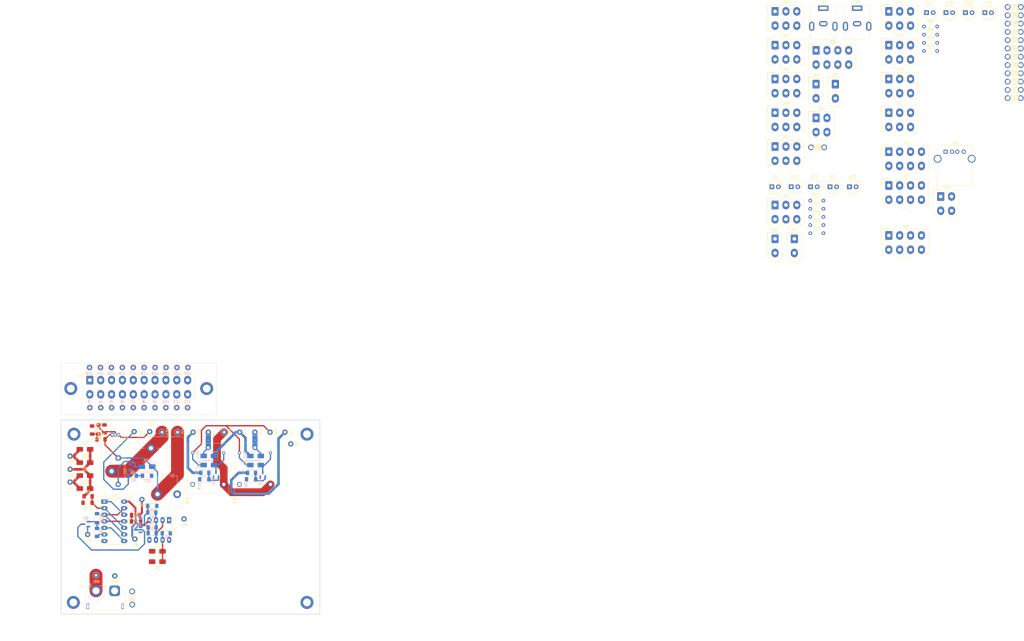
<source format=kicad_pcb>
(kicad_pcb (version 20221018) (generator pcbnew)
  (layers (0 "F.Cu" signal) (31 "B.Cu" signal) (34 "B.Paste" user) (35 "F.Paste" user) (36 "B.SilkS" user "B.Silkscreen") (37 "F.SilkS" user "F.Silkscreen") (38 "B.Mask" user) (39 "F.Mask" user) (44 "Edge.Cuts" user))
  (net 0 "")
  (net 1 "GND")
  (net 2 "RBlinker")
  (net 3 "Net-(D1-A)")
  (net 4 "LBlinker")
  (net 5 "VRadio")
  (net 6 "PLightSignal")
  (net 7 "Net-(D3-K)")
  (net 8 "Net-(D1-K)")
  (net 9 "Net-(D2-A)")
  (net 10 "+BATT")
  (net 11 "Hazard")
  (net 12 "Net-(D5-A)")
  (net 13 "Net-(D6-K)")
  (net 14 "AuxBeams")
  (net 15 "AuxHBeam")
  (net 16 "AuxLBeam")
  (net 17 "LBeam")
  (net 18 "AuxSwitch")
  (net 19 "HBeam")
  (net 20 "GNDDash")
  (net 21 "+VDC")
  (net 22 "+12V")
  (net 23 "VInst")
  (net 24 "VOutlet")
  (net 25 "VLight")
  (net 26 "+5V")
  (net 27 "Key")
  (net 28 "HazardLed")
  (net 29 "Net-(U1-Q)")
  (net 30 "Net-(U1-THR)")
  (net 31 "Net-(U1-CV)")
  (net 32 "LowBat")
  (net 33 "PLight")
  (net 34 "Net-(D24-A)")
  (net 35 "Net-(D26-A)")
  (net 36 "GndDimmer")
  (net 37 "/Main board/XOR 74LS00/B")
  (net 38 "Net-(D17-A)")
  (net 39 "Net-(D18-A)")
  (net 40 "Net-(D19-A)")
  (net 41 "Net-(D20-A)")
  (net 42 "Net-(D21-A)")
  (net 43 "Net-(D22-A)")
  (net 44 "Net-(D23-A)")
  (net 45 "VOutlet_Jack")
  (net 47 "SignalRelay")
  (net 49 "Accessory")
  (net 51 "FLeft+")
  (net 52 "FLeft-")
  (net 53 "RLeft+")
  (net 54 "RLeft-")
  (net 55 "RRight-")
  (net 56 "RRight+")
  (net 57 "FRight-")
  (net 58 "FRight+")
  (net 60 "+5VRadio")
  (net 61 "Data-")
  (net 62 "Data+")
  (net 68 "+5VA")
  (net 69 "/Main board/XOR 74LS00/O")
  (net 70 "Net-(U2-Pad11)")
  (net 71 "Net-(D14-A)")
  (net 72 "Net-(D15-K)")
  (net 73 "Net-(D16-K)")
  (net 74 "Net-(D25-A)")
  (net 75 "Net-(D27-K)")
  (net 76 "Net-(D28-K)")
  (net 77 "Net-(D28-A)")
  (net 78 "Net-(U2-Pad13)")
  (net 79 "Net-(U2-Pad5)")
  (footprint "Diode_SMD:D_SMA" (layer "F.Cu") (at 106.75 108.5)
    (fp_text reference "D10")
    (fp_text value "US1M")
  )
  (footprint "Local Footprints:Relay_SPDT_RAYEX-L90" (layer "F.Cu") (at 117.035 101.8)
    (fp_text reference "K3")
    (fp_text value "RAYEX-L90")
  )
  (footprint "Connector_Pin:Pin_D1.0mm_L10.0mm" (layer "F.Cu") (at 145 120.25)
    (fp_text reference "J36")
    (fp_text value "Conn_01x01_Socket")
  )
  (footprint "Local Footprints:AMASS_XT60PW-M_1x02_P7.20mm_Horizontal_Short" (layer "F.Cu") (at 118.2 148 180)
    (fp_text reference "J1")
    (fp_text value "XT60-M")
  )
  (footprint "Connector_BarrelJack:BarrelJack_CUI_PJ-063AH_Horizontal" (layer "F.Cu") (at 391.975 -77.075)
    (fp_text reference "J91")
    (fp_text value "Barrel_Jack")
  )
  (footprint "Resistor_THT:R_Axial_DIN0204_L3.6mm_D1.6mm_P5.08mm_Horizontal" (layer "F.Cu") (at 386.925 0.425)
    (fp_text reference "R13")
    (fp_text value "680R")
  )
  (footprint "Resistor_SMD:R_1206_3216Metric_Pad1.30x1.75mm_HandSolder" (layer "F.Cu") (at 109.5 85.9 -90)
    (fp_text reference "R19")
    (fp_text value "1.5K")
  )
  (footprint "Resistor_SMD:R_1206_3216Metric_Pad1.30x1.75mm_HandSolder" (layer "F.Cu") (at 126.3 118.75 180)
    (fp_text reference "R3")
    (fp_text value "10K")
  )
  (footprint "Connector_Pin:Pin_D1.0mm_L10.0mm" (layer "F.Cu") (at 166.5 86.75 90)
    (fp_text reference "J27")
    (fp_text value "Conn_01x01_Socket")
  )
  (footprint "Resistor_SMD:R_1206_3216Metric_Pad1.30x1.75mm_HandSolder" (layer "F.Cu") (at 112.95 89.5)
    (fp_text reference "R18")
    (fp_text value "100")
  )
  (footprint "SamacSys_Parts:1217080-1" (layer "F.Cu") (at 465.71 -74.3)
    (fp_text reference "J102")
    (fp_text value "1217080-1" hide)
  )
  (footprint "Connector_Pin:Pin_D1.0mm_L10.0mm" (layer "F.Cu") (at 118.25 142.25)
    (fp_text reference "J98")
    (fp_text value "Conn_01x01_Socket")
  )
  (footprint "Connector_Molex:Molex_Mini-Fit_Jr_5566-06A_2x03_P4.20mm_Vertical" (layer "F.Cu") (at 373.325 -36.675)
    (fp_text reference "J96")
    (fp_text value "MiniFit_2x03_M")
  )
  (footprint "SamacSys_Parts:1217080-1" (layer "F.Cu") (at 465.71 -64.7)
    (fp_text reference "J105")
    (fp_text value "1217080-1" hide)
  )
  (footprint "SamacSys_Parts:1217080-1" (layer "F.Cu") (at 465.71 -48.7)
    (fp_text reference "J110")
    (fp_text value "1217080-1" hide)
  )
  (footprint "SamacSys_Parts:1217080-1" (layer "F.Cu") (at 465.71 -51.9)
    (fp_text reference "J109")
    (fp_text value "1217080-1" hide)
  )
  (footprint "LED_THT:LED_D5.0mm" (layer "F.Cu") (at 454.375 -75.325)
    (fp_text reference "D20")
    (fp_text value "LED")
  )
  (footprint "Resistor_THT:R_Axial_DIN0204_L3.6mm_D1.6mm_P5.08mm_Horizontal" (layer "F.Cu") (at 386.925 6.725)
    (fp_text reference "R15")
    (fp_text value "680R")
  )
  (footprint "Diode_SMD:D_SMA" (layer "F.Cu") (at 134.7 136.75 180)
    (fp_text reference "D2")
    (fp_text value "US1M")
  )
  (footprint "Connector_Molex:Molex_Mini-Fit_Jr_5566-06A_2x03_P4.20mm_Vertical" (layer "F.Cu") (at 417.275 -36.675)
    (fp_text reference "J44")
    (fp_text value "MiniFit_2x03_F")
  )
  (footprint "Resistor_THT:R_Axial_DIN0204_L3.6mm_D1.6mm_P5.08mm_Horizontal" (layer "F.Cu") (at 430.875 -63.675)
    (fp_text reference "R10")
    (fp_text value "470R")
  )
  (footprint "Connector_Pin:Pin_D1.0mm_L10.0mm" (layer "F.Cu") (at 136.5 86.75 90)
    (fp_text reference "J100")
    (fp_text value "Conn_01x01_Socket")
  )
  (footprint "Resistor_THT:R_Axial_DIN0204_L3.6mm_D1.6mm_P5.08mm_Horizontal" (layer "F.Cu") (at 430.875 -69.975)
    (fp_text reference "R8")
    (fp_text value "470R")
  )
  (footprint "SamacSys_Parts:1217080-1" (layer "F.Cu") (at 125 150.79 90)
    (fp_text reference "J4")
    (fp_text value "1217080-1" hide)
  )
  (footprint "Connector_Molex:Molex_Mini-Fit_Jr_5566-08A_2x04_P4.20mm_Vertical" (layer "F.Cu") (at 417.275 -8.575)
    (fp_text reference "J47")
    (fp_text value "MiniFit_2x04_F")
  )
  (footprint "Connector_Molex:Molex_Mini-Fit_Jr_5566-06A_2x03_P4.20mm_Vertical" (layer "F.Cu") (at 373.325 -75.825)
    (fp_text reference "J85")
    (fp_text value "MiniFit_2x03_M")
  )
  (footprint "Connector_Pin:Pin_D1.0mm_L10.0mm" (layer "F.Cu") (at 186.25 91.25 90)
    (fp_text reference "J34")
    (fp_text value "Conn_01x01_Socket")
  )
  (footprint "Connector_Pin:Pin_D1.0mm_L10.0mm" (layer "F.Cu") (at 101 101.0875)
    (fp_text reference "J30")
    (fp_text value "Conn_01x01_Socket")
  )
  (footprint "Connector_Pin:Pin_D1.0mm_L10.0mm" (layer "F.Cu") (at 101 96)
    (fp_text reference "J32")
    (fp_text value "Conn_01x01_Socket")
  )
  (footprint "Connector_Pin:Pin_D1.0mm_L10.0mm" (layer "F.Cu") (at 128.75 112.75)
    (fp_text reference "J39")
    (fp_text value "Conn_01x01_Socket")
  )
  (footprint "SamacSys_Parts:1217080-1" (layer "F.Cu") (at 389.76 -23.3)
    (fp_text reference "J89")
    (fp_text value "1217080-1" hide)
  )
  (footprint "Connector_Molex:Molex_Mini-Fit_Jr_5566-06A_2x03_P4.20mm_Vertical" (layer "F.Cu") (at 417.275 -62.775)
    (fp_text reference "J42")
    (fp_text value "MiniFit_2x03_F")
  )
  (footprint "Package_DIP:DIP-8_W7.62mm_Socket_LongPads" (layer "F.Cu") (at 139.25 120.7 -90)
    (fp_text reference "U1")
    (fp_text value "LM555xN")
  )
  (footprint "Connector_Molex:Molex_Mini-Fit_Jr_5566-02A_2x01_P4.20mm_Vertical" (layer "F.Cu") (at 373.325 12.025)
    (fp_text reference "J51")
    (fp_text value "MiniFit_2x01_M")
  )
  (footprint "Connector_Molex:Molex_Mini-Fit_Jr_5566-20A_2x10_P4.20mm_Vertical" (layer "F.Cu") (at 108.6127 66.625)
    (fp_text reference "J1")
    (fp_text value "MiniFit_2x10_F")
  )
  (footprint "Connector_Pin:Pin_D1.0mm_L10.0mm" (layer "F.Cu") (at 160.5 86.75 90)
    (fp_text reference "J35")
    (fp_text value "Conn_01x01_Socket")
  )
  (footprint "Connector_Molex:Molex_Mini-Fit_Jr_5566-06A_2x03_P4.20mm_Vertical" (layer "F.Cu") (at 417.275 -75.825)
    (fp_text reference "J41")
    (fp_text value "MiniFit_2x03_F")
  )
  (footprint "Resistor_SMD:R_1206_3216Metric_Pad1.30x1.75mm_HandSolder" (layer "F.Cu") (at 107.95 111.5)
    (fp_text reference "R5")
    (fp_text value "10K")
  )
  (footprint "Connector_Pin:Pin_D1.0mm_L10.0mm" (layer "F.Cu") (at 178.25 86.75 90)
    (fp_text reference "J28")
    (fp_text value "Conn_01x01_Socket")
  )
  (footprint "Diode_SMD:D_SMA" (layer "F.Cu") (at 106.75 98.5)
    (fp_text reference "D8")
    (fp_text value "US1M")
  )
  (footprint "Connector_Pin:Pin_D1.0mm_L10.0mm" (layer "F.Cu") (at 184 86.75 90)
    (fp_text reference "J24")
    (fp_text value "Conn_01x01_Socket")
  )
  (footprint "Connector_Molex:Molex_Mini-Fit_Jr_5566-04A_2x02_P4.20mm_Vertical" (layer "F.Cu") (at 389.175 -34.675)
    (fp_text reference "J84")
    (fp_text value "MiniFit_2x02_M")
  )
  (footprint "Resistor_THT:R_Axial_DIN0204_L3.6mm_D1.6mm_P5.08mm_Horizontal" (layer "F.Cu") (at 430.875 -60.525)
    (fp_text reference "R11")
    (fp_text value "470R")
  )
  (footprint "Connector_Molex:Molex_Mini-Fit_Jr_5566-06A_2x03_P4.20mm_Vertical" (layer "F.Cu") (at 373.325 -1.025)
    (fp_text reference "J53")
    (fp_text value "MiniFit_2x03_F")
  )
  (footprint "SamacSys_Parts:1217080-1" (layer "F.Cu") (at 465.71 -77.5)
    (fp_text reference "J101")
    (fp_text value "1217080-1" hide)
  )
  (footprint "Diode_SMD:D_MiniMELF" (layer "F.Cu") (at 107.75 114 180)
    (fp_text reference "D13")
    (fp_text value "2.7V")
  )
  (footprint "SamacSys_Parts:1217080-1" (layer "F.Cu") (at 465.71 -58.3)
    (fp_text reference "J107")
    (fp_text value "1217080-1" hide)
  )
  (footprint "SamacSys_Parts:1217080-1" (layer "F.Cu") (at 465.71 -67.9)
    (fp_text reference "J104")
    (fp_text value "1217080-1" hide)
  )
  (footprint "Resistor_SMD:R_1206_3216Metric_Pad1.30x1.75mm_HandSolder" (layer "F.Cu") (at 114.25 85.5 -90)
    (fp_text reference "R20")
    (fp_text value "10K")
  )
  (footprint "Connector_Pin:Pin_D1.0mm_L10.0mm" (layer "F.Cu") (at 154.4 86.75 90)
    (fp_text reference "J25")
    (fp_text value "Conn_01x01_Socket")
  )
  (footprint "Connector_Pin:Pin_D1.0mm_L10.0mm" (layer "F.Cu") (at 172.4 86.75 90)
    (fp_text reference "J23")
    (fp_text value "Conn_01x01_Socket")
  )
  (footprint "LED_THT:LED_D5.0mm" (layer "F.Cu") (at 402.075 -8.075)
    (fp_text reference "D25")
    (fp_text value "LED Green")
  )
  (footprint "Connector_Pin:Pin_D1.0mm_L10.0mm" (layer "F.Cu") (at 101 106)
    (fp_text reference "J31")
    (fp_text value "Conn_01x01_Socket")
  )
  (footprint "Diode_SMD:D_MiniMELF" (layer "F.Cu") (at 126.5 121.25)
    (fp_text reference "D4")
    (fp_text value "2.7V")
  )
  (footprint "SamacSys_Parts:1217080-1" (layer "F.Cu") (at 465.71 -42.3)
    (fp_text reference "J112")
    (fp_text value "1217080-1" hide)
  )
  (footprint "LED_THT:LED_D5.0mm" (layer "F.Cu") (at 387.075 -8.075)
    (fp_text reference "D23")
    (fp_text value "LED Red")
  )
  (footprint "SamacSys_Parts:1217080-1" (layer "F.Cu") (at 465.71 -45.5)
    (fp_text reference "J111")
    (fp_text value "1217080-1" hide)
  )
  (footprint "Connector_BarrelJack:BarrelJack_CUI_PJ-063AH_Horizontal" (layer "F.Cu") (at 405.025 -77.075)
    (fp_text reference "J94")
    (fp_text value "Barrel_Jack")
  )
  (footprint "LED_THT:LED_D5.0mm" (layer "F.Cu") (at 394.575 -8.075)
    (fp_text reference "D24")
    (fp_text value "LED Yellow")
  )
  (footprint "Package_DIP:DIP-14_W7.62mm_Socket_LongPads" (layer "F.Cu") (at 114.25 113.55)
    (fp_text reference "U2")
    (fp_text value "74LS00")
  )
  (footprint "Connector_USB:USB_A_Molex_67643_Horizontal" (layer "F.Cu") (at 439.203208 -21.605)
    (fp_text reference "J50")
    (fp_text value "USB_A")
  )
  (footprint "Connector_Molex:Molex_Mini-Fit_Jr_5566-08A_2x04_P4.20mm_Vertical" (layer "F.Cu") (at 417.275 -21.625)
    (fp_text reference "J45")
    (fp_text value "MiniFit_2x04_M")
  )
  (footprint "Resistor_THT:R_Axial_DIN0204_L3.6mm_D1.6mm_P5.08mm_Horizontal" (layer "F.Cu") (at 386.925 3.575)
    (fp_text reference "R14")
    (fp_text value "680R")
  )
  (footprint "LED_THT:LED_D5.0mm" (layer "F.Cu") (at 379.575 -8.075)
    (fp_text reference "D22")
    (fp_text value "LED Blue")
  )
  (footprint "LED_THT:LED_D5.0mm" (layer "F.Cu") (at 446.875 -75.325)
    (fp_text reference "D19")
    (fp_text value "LED")
  )
  (footprint "Connector_Molex:Molex_Mini-Fit_Jr_5566-06A_2x03_P4.20mm_Vertical" (layer "F.Cu") (at 373.325 -62.775)
    (fp_text reference "J92")
    (fp_text value "MiniFit_2x03_M")
  )
  (footprint "Connector_Molex:Molex_Mini-Fit_Jr_5566-04A_2x02_P4.20mm_Vertical" (layer "F.Cu") (at 437.325 -4.315)
    (fp_text reference "J46")
    (fp_text value "MiniFit_2x02_F")
  )
  (footprint "Connector_Molex:Molex_Mini-Fit_Jr_5566-02A_2x01_P4.20mm_Vertical" (layer "F.Cu") (at 380.775 12.025)
    (fp_text reference "J52")
    (fp_text value "MiniFit_2x01_M")
  )
  (footprint "Connector_Pin:Pin_D1.0mm_L10.0mm" (layer "F.Cu") (at 126 128)
    (fp_text reference "J38")
    (fp_text value "Conn_01x01_Socket")
  )
  (footprint "Connector_Molex:Molex_Mini-Fit_Jr_5566-08A_2x04_P4.20mm_Vertical" (layer "F.Cu") (at 417.275 10.735)
    (fp_text reference "J69")
    (fp_text value "MiniFit_2x04_M")
  )
  (footprint "Resistor_THT:R_Axial_DIN0204_L3.6mm_D1.6mm_P5.08mm_Horizontal" (layer "F.Cu") (at 430.875 -66.825)
    (fp_text reference "R9")
    (fp_text value "470R")
  )
  (footprint "Connector_Molex:Molex_Mini-Fit_Jr_5566-06A_2x03_P4.20mm_Vertical" (layer "F.Cu") (at 417.275 -49.725)
    (fp_text reference "J43")
    (fp_text value "MiniFit_2x03_F")
  )
  (footprint "Diode_SMD:D_MiniMELF" (layer "F.Cu") (at 111.925 85.7 90)
    (fp_text reference "D28")
    (fp_text value "10V")
  )
  (footprint "Connector_Molex:Molex_Mini-Fit_Jr_5566-06A_2x03_P4.20mm_Vertical" (layer "F.Cu") (at 373.325 -49.725)
    (fp_text reference "J93")
    (fp_text value "MiniFit_2x03_M")
  )
  (footprint "Local Footprints:LEG12" (layer "F.Cu") (at 172.4 92.7 -90)
    (fp_text reference "K1")
    (fp_text value "LEG-12" hide)
  )
  (footprint "Connector_Molex:Molex_Mini-Fit_Jr_5566-08A_2x04_P4.20mm_Vertical" (layer "F.Cu") (at 389.175 -60.775)
    (fp_text reference "J88")
    (fp_text value "MiniFit_2x04_M")
  )
  (footprint "LED_THT:LED_D5.0mm" (layer "F.Cu") (at 431.875 -75.325)
    (fp_text reference "D17")
    (fp_text value "LED")
  )
  (footprint "LED_THT:LED_D5.0mm" (layer "F.Cu") (at 439.375 -75.325)
    (fp_text reference "D18")
    (fp_text value "LED")
  )
  (footprint "SamacSys_Parts:1217080-1" (layer "F.Cu") (at 465.71 -55.1)
    (fp_text reference "J108")
    (fp_text value "1217080-1" hide)
  )
  (footprint "Diode_SMD:D_SMA" (layer "F.Cu") (at 106.75 103.5)
    (fp_text reference "D9")
    (fp_text value "US1M")
  )
  (footprint "Package_TO_SOT_THT:TO-92_Inline" (layer "F.Cu") (at 117.23 87.75)
    (fp_text reference "Q7")
    (fp_text value "BC557")
  )
  (footprint "Diode_SMD:D_SMA" (layer "F.Cu") (at 134.7 132.75)
    (fp_text reference "D1")
    (fp_text value "US1M")
  )
  (footprint "Resistor_THT:R_Axial_DIN0204_L3.6mm_D1.6mm_P5.08mm_Horizontal" (layer "F.Cu") (at 386.925 9.875)
    (fp_text reference "R16")
    (fp_text value "680R")
  )
  (footprint "Connector_Molex:Molex_Mini-Fit_Jr_5566-02A_2x01_P4.20mm_Vertical" (layer "F.Cu") (at 389.175 -47.725)
    (fp_text reference "J86")
    (fp_text value "MiniFit_2x01_F")
  )
  (footprint "Connector_Pin:Pin_D1.0mm_L10.0mm" (layer "F.Cu") (at 142.5 86.75 90)
    (fp_text reference "J37")
    (fp_text value "Conn_01x01_Socket")
  )
  (footprint "SamacSys_Parts:1217080-1" (layer "F.Cu") (at 465.71 -71.1)
    (fp_text reference "J103")
    (fp_text value "1217080-1" hide)
  )
  (footprint "Connector_Molex:Molex_Mini-Fit_Jr_5566-02A_2x01_P4.20mm_Vertical" (layer "F.Cu") (at 396.625 -47.725)
    (fp_text reference "J87")
    (fp_text value "MiniFit_2x01_F")
  )
  (footprint "Connector_Pin:Pin_D1.0mm_L10.0mm" (layer "F.Cu") (at 125.75 86.5 90)
    (fp_text reference "J33")
    (fp_text value "Conn_01x01_Socket")
  )
  (footprint "Connector_Pin:Pin_D1.0mm_L10.0mm" (layer "F.Cu") (at 111 142)
    (fp_text reference "J99")
    (fp_text value "Conn_01x01_Socket")
  )
  (footprint "Connector_Pin:Pin_D1.0mm_L10.0mm" (layer "F.Cu") (at 131.75 86.5 90)
    (fp_text reference "J40")
    (fp_text value "Conn_01x01_Socket")
  )
  (footprint "LED_THT:LED_D5.0mm" (layer "F.Cu") (at 372.075 -8.075)
    (fp_text reference "D21")
    (fp_text value "LED Green")
  )
  (footprint "Connector_Pin:Pin_D1.0mm_L10.0mm" (layer "F.Cu") (at 107.75 126.25)
    (fp_text reference "J29")
    (fp_text value "Conn_01x01_Socket")
  )
  (footprint "Diode_SMD:D_SMA" (layer "F.Cu") (at 106.75 93.35)
    (fp_text reference "D7")
    (fp_text value "US1M")
  )
  (footprint "Connector_Pin:Pin_D1.0mm_L10.0mm" (layer "F.Cu") (at 148.5 86.75 90)
    (fp_text reference "J26")
    (fp_text value "Conn_01x01_Socket")
  )
  (footprint "Resistor_THT:R_Axial_DIN0204_L3.6mm_D1.6mm_P5.08mm_Horizontal" (layer "F.Cu") (at 386.925 -2.725)
    (fp_text reference "R12")
    (fp_text value "680R")
  )
  (footprint "Local Footprints:LEG12" (layer "F.Cu") (at 154.35 92.7 -90)
    (fp_text reference "K2")
    (fp_text value "LEG-12" hide)
  )
  (footprint "Connector_Molex:Molex_Mini-Fit_Jr_5566-06A_2x03_P4.20mm_Vertical" (layer "F.Cu") (at 373.325 -23.625)
    (fp_text reference "J97")
    (fp_text value "MiniFit_2x03_M")
  )
  (footprint "SamacSys_Parts:1217080-1" (layer "F.Cu") (at 465.71 -61.5)
    (fp_text reference "J106")
    (fp_text value "1217080-1" hide)
  )
  (footprint "Connector_Pin:Pin_D1.0mm_L10.0mm" (layer "B.Cu") (at 133.804364 77.25)
    (fp_text reference "J9")
    (fp_text value "Conn_01x01_Socket")
  )
  (footprint "Connector_Pin:Pin_D1.0mm_L10.0mm" (layer "B.Cu") (at 133.846032 61.75)
    (fp_text reference "J19")
    (fp_text value "Conn_01x01_Socket")
  )
  (footprint "Connector_Pin:Pin_D1.0mm_L10.0mm" (layer "B.Cu") (at 112.832144 77.25)
    (fp_text reference "J4")
    (fp_text value "Conn_01x01_Socket")
  )
  (footprint "Connector_Pin:Pin_D1.0mm_L10.0mm" (layer "B.Cu") (at 142.193252 77.25)
    (fp_text reference "J11")
    (fp_text value "Conn_01x01_Socket")
  )
  (footprint "Connector_Pin:Pin_D1.0mm_L10.0mm" (layer "B.Cu") (at 116.957144 61.75)
    (fp_text reference "J15")
    (fp_text value "Conn_01x01_Socket")
  )
  (footprint "Resistor_SMD:R_1206_3216Metric_Pad1.30x1.75mm_HandSolder" (layer "B.Cu") (at 111.417738 125.45 90)
    (fp_text reference "R7")
    (fp_text value "10K")
  )
  (footprint "Connector_Pin:Pin_D1.0mm_L10.0mm" (layer "B.Cu") (at 125.415476 77.25)
    (fp_text reference "J7")
    (fp_text value "Conn_01x01_Socket")
  )
  (footprint "Connector_Pin:Pin_D1.0mm_L10.0mm" (layer "B.Cu") (at 112.734922 61.75)
    (fp_text reference "J14")
    (fp_text value "Conn_01x01_Socket")
  )
  (footprint "Connector_Pin:Pin_D1.0mm_L10.0mm" (layer "B.Cu") (at 108.5127 61.75)
    (fp_text reference "J13")
    (fp_text value "Conn_01x01_Socket")
  )
  (footprint "Connector_Pin:Pin_D1.0mm_L10.0mm" (layer "B.Cu") (at 129.60992 77.25)
    (fp_text reference "J8")
    (fp_text value "Conn_01x01_Socket")
  )
  (footprint "Connector_Pin:Pin_D1.0mm_L10.0mm" (layer "B.Cu") (at 108.6377 77.25)
    (fp_text reference "J3")
    (fp_text value "Conn_01x01_Socket")
  )
  (footprint "Connector_Pin:Pin_D1.0mm_L10.0mm" (layer "B.Cu") (at 142.290476 61.75)
    (fp_text reference "J21")
    (fp_text value "Conn_01x01_Socket")
  )
  (footprint "Connector_Pin:Pin_D1.0mm_L10.0mm" (layer "B.Cu") (at 129.62381 61.75)
    (fp_text reference "J18")
    (fp_text value "Conn_01x01_Socket")
  )
  (footprint "Connector_Pin:Pin_D1.0mm_L10.0mm" (layer "B.Cu") (at 137.998808 77.25)
    (fp_text reference "J10")
    (fp_text value "Conn_01x01_Socket")
  )
  (footprint "Connector_Pin:Pin_D1.0mm_L10.0mm" (layer "B.Cu") (at 146.3877 77.25)
    (fp_text reference "J12")
    (fp_text value "Conn_01x01_Socket")
  )
  (footprint "Resistor_SMD:R_1206_3216Metric_Pad1.30x1.75mm_HandSolder" (layer "B.Cu") (at 138.15 125.75)
    (fp_text reference "R1")
    (fp_text value "1K")
  )
  (footprint "Resistor_SMD:R_1206_3216Metric_Pad1.30x1.75mm_HandSolder" (layer "B.Cu") (at 132.7 123.5 180)
    (fp_text reference "R2")
    (fp_text value "10K")
  )
  (footprint "Diode_SMD:D_MiniMELF" (layer "B.Cu") (at 132.75 115.25)
    (fp_text reference "D3")
    (fp_text value "2.7V")
  )
  (footprint "Diode_SMD:D_SMA" (layer "B.Cu") (at 172.65 95.925)
    (fp_text reference "D12")
    (fp_text value "US1M")
  )
  (footprint "Connector_Pin:Pin_D1.0mm_L10.0mm" (layer "B.Cu") (at 125.401588 61.75)
    (fp_text reference "J17")
    (fp_text value "Conn_01x01_Socket")
  )
  (footprint "Diode_SMD:D_MiniMELF" (layer "B.Cu") (at 152.85 104.925 180)
    (fp_text reference "D15")
    (fp_text value "2.7V")
  )
  (footprint "Diode_SMD:D_MiniMELF" (layer "B.Cu") (at 111.417738 119.95 90)
    (fp_text reference "D16")
    (fp_text value "2.7V")
  )
  (footprint "Diode_SMD:D_SMA" (layer "B.Cu") (at 154.6 95.925 180)
    (fp_text reference "D11")
    (fp_text value "US1M")
  )
  (footprint "Package_TO_SOT_SMD:SOT-23" (layer "B.Cu") (at 175.4 103.175 90)
    (fp_text reference "Q3")
    (fp_text value "2N7002")
  )
  (footprint "Diode_SMD:D_MiniMELF" (layer "B.Cu") (at 130.725 103.55)
    (fp_text reference "D27")
    (fp_text value "2.7V")
  )
  (footprint "Package_TO_SOT_SMD:SOT-23" (layer "B.Cu") (at 157.35 103.175 90)
    (fp_text reference "Q4")
    (fp_text value "2N7002")
  )
  (footprint "Diode_SMD:D_SMA" (layer "B.Cu") (at 172.65 99.425)
    (fp_text reference "D5")
    (fp_text value "US1M")
  )
  (footprint "Diode_SMD:D_SMA" (layer "B.Cu") (at 154.6 99.425)
    (fp_text reference "D14")
    (fp_text value "US1M")
  )
  (footprint "Connector_Pin:Pin_D1.0mm_L10.0mm" (layer "B.Cu") (at 146.5127 61.75)
    (fp_text reference "J22")
    (fp_text value "Conn_01x01_Socket")
  )
  (footprint "Connector_Pin:Pin_D1.0mm_L10.0mm" (layer "B.Cu") (at 117.026588 77.25)
    (fp_text reference "J5")
    (fp_text value "Conn_01x01_Socket")
  )
  (footprint "Resistor_SMD:R_1206_3216Metric_Pad1.30x1.75mm_HandSolder" (layer "B.Cu") (at 132.7 125.75 180)
    (fp_text reference "R3")
    (fp_text value "10K")
  )
  (footprint "Connector_Pin:Pin_D1.0mm_L10.0mm" (layer "B.Cu") (at 121.179366 61.75)
    (fp_text reference "J16")
    (fp_text value "Conn_01x01_Socket")
  )
  (footprint "Diode_SMD:D_SMA" (layer "B.Cu") (at 130.725 100.05 180)
    (fp_text reference "D26")
    (fp_text value "US1M")
  )
  (footprint "Resistor_SMD:R_1206_3216Metric_Pad1.30x1.75mm_HandSolder" (layer "B.Cu") (at 153.05 102.425)
    (fp_text reference "R6")
    (fp_text value "10K")
  )
  (footprint "Package_TO_SOT_SMD:SOT-23" (layer "B.Cu") (at 127.3125 124.45 180)
    (fp_text reference "Q1")
    (fp_text value "2N7002")
  )
  (footprint "Diode_SMD:D_MiniMELF" (layer "B.Cu") (at 170.9 104.925 180)
    (fp_text reference "D6")
    (fp_text value "2.7V")
  )
  (footprint "Package_TO_SOT_SMD:SOT-23" (layer "B.Cu") (at 127.3125 121 180)
    (fp_text reference "Q2")
    (fp_text value "2N7002")
  )
  (footprint "Package_TO_SOT_SMD:SOT-23" (layer "B.Cu") (at 107.105238 122.25 180)
    (fp_text reference "Q5")
    (fp_text value "2N7002")
  )
  (footprint "Resistor_SMD:R_1206_3216Metric_Pad1.30x1.75mm_HandSolder" (layer "B.Cu") (at 125.025 103.55)
    (fp_text reference "R17")
    (fp_text value "10K")
  )
  (footprint "Resistor_SMD:R_1206_3216Metric_Pad1.30x1.75mm_HandSolder" (layer "B.Cu") (at 132.55 117.75)
    (fp_text reference "R2")
    (fp_text value "1K")
  )
  (footprint "Connector_Pin:Pin_D1.0mm_L10.0mm" (layer "B.Cu") (at 138.068254 61.75)
    (fp_text reference "J20")
    (fp_text value "Conn_01x01_Socket")
  )
  (footprint "Package_TO_SOT_SMD:SOT-23" (layer "B.Cu") (at 125.225 100.05)
    (fp_text reference "Q6")
    (fp_text value "2N7002")
  )
  (footprint "Connector_Pin:Pin_D1.0mm_L10.0mm" (layer "B.Cu") (at 121.221032 77.25)
    (fp_text reference "J6")
    (fp_text value "Conn_01x01_Socket")
  )
  (footprint "Resistor_SMD:R_1206_3216Metric_Pad1.30x1.75mm_HandSolder" (layer "B.Cu") (at 171.1 102.425)
    (fp_text reference "R4")
    (fp_text value "10K")
  )
  (gr_rect (start 97.5 60) (end 157.5254 80) (stroke (width 0.1)) (fill none) (layer "Edge.Cuts"))
  (gr_poly (pts (xy 197.5 157) (xy 97.5 157) (xy 97.5 82) (xy 197.5 82)) (stroke (width 0.2)) (fill none) (layer "Edge.Cuts"))
  (via (at 153.7627 69.875) (size 5) (drill 3) (layers "F.Cu" "B.Cu") (net 0))
  (via locked (at 192.5 87.5) (size 5) (drill 3) (layers "F.Cu" "B.Cu") (net 0))
  (via (at 101.2627 69.875) (size 5) (drill 3) (layers "F.Cu" "B.Cu") (net 0))
  (via locked (at 192.5 152.5) (size 5) (drill 3) (layers "F.Cu" "B.Cu") (net 0))
  (via locked (at 102.25 152.5) (size 5) (drill 3) (layers "F.Cu" "B.Cu") (net 0))
  (segment (start 102.25 96) (end 104.75 98.5) (width 1) (layer "F.Cu") (net 2))
  (segment (start 101 96) (end 102.25 96) (width 1) (layer "F.Cu") (net 2))
  (segment (start 104.75 93.35) (end 104.75 93.5) (width 1) (layer "F.Cu") (net 2))
  (segment (start 104.75 93.5) (end 102.25 96) (width 1) (layer "F.Cu") (net 2))
  (segment (start 136.7 132.75) (end 136.7 136.75) (width 0.5) (layer "F.Cu") (net 3))
  (segment (start 136.7 132.75) (end 136.7 128.33) (width 0.5) (layer "F.Cu") (net 3))
  (segment (start 136.7 128.33) (end 136.71 128.32) (width 0.5) (layer "F.Cu") (net 3))
  (segment (start 136.6 125.75) (end 136.6 128.21) (width 0.5) (layer "B.Cu") (net 3))
  (segment (start 136.6 128.21) (end 136.71 128.32) (width 0.5) (layer "B.Cu") (net 3))
  (segment (start 101 106) (end 102.25 106) (width 1) (layer "F.Cu") (net 4))
  (segment (start 104.75 108.5) (end 102.25 106) (width 1) (layer "F.Cu") (net 4))
  (segment (start 102.25 106) (end 104.75 103.5) (width 1) (layer "F.Cu") (net 4))
  (segment (start 124.75 121.25) (end 124.75 118.75) (width 0.5) (layer "F.Cu") (net 6))
  (segment (start 121.99 118.75) (end 121.87 118.63) (width 0.5) (layer "F.Cu") (net 6))
  (segment (start 128.25 119.975) (end 126.905 118.63) (width 0.5) (layer "B.Cu") (net 6))
  (segment (start 116.79 113.55) (end 121.87 118.63) (width 0.5) (layer "B.Cu") (net 6))
  (segment (start 114.25 113.55) (end 116.79 113.55) (width 0.5) (layer "B.Cu") (net 6))
  (segment (start 128.25 120.05) (end 128.25 119.975) (width 0.5) (layer "B.Cu") (net 6))
  (segment (start 129.7 122.086028) (end 128.286028 123.5) (width 0.5) (layer "B.Cu") (net 7))
  (segment (start 128.286028 123.5) (end 128.25 123.5) (width 0.5) (layer "B.Cu") (net 7))
  (segment (start 131.15 123.5) (end 131.15 125.75) (width 0.5) (layer "B.Cu") (net 7))
  (segment (start 129.736028 122.086028) (end 131.15 123.5) (width 0.5) (layer "B.Cu") (net 7))
  (segment (start 129.7 122.086028) (end 129.7 119.05) (width 0.5) (layer "B.Cu") (net 7))
  (segment (start 129.7 122.086028) (end 129.736028 122.086028) (width 0.5) (layer "B.Cu") (net 7))
  (segment (start 129.7 119.05) (end 131 117.75) (width 0.5) (layer "B.Cu") (net 7))
  (segment (start 131 115.25) (end 131 117.75) (width 0.5) (layer "B.Cu") (net 7))
  (segment (start 131 117.65) (end 131.1 117.75) (width 0.5) (layer "B.Cu") (net 7))
  (segment (start 116.25 87.75) (end 114.5 89.5) (width 0.5) (layer "F.Cu") (net 10))
  (segment (start 119.575 96.7) (end 114.5 91.625) (width 0.5) (layer "F.Cu") (net 10))
  (segment (start 117.23 87.75) (end 116.25 87.75) (width 0.5) (layer "F.Cu") (net 10))
  (segment (start 134.775 110.7) (end 142.5 102.975) (width 5) (layer "F.Cu") (net 10))
  (segment (start 142.5 102.975) (end 142.5 86.75) (width 5) (layer "F.Cu") (net 10))
  (segment (start 117.23 88.02) (end 117.23 87.75) (width 0.5) (layer "F.Cu") (net 10))
  (segment (start 114.5 91.625) (end 114.5 89.5) (width 0.5) (layer "F.Cu") (net 10))
  (segment (start 134.775 102.1) (end 134.775 110.7) (width 0.5) (layer "B.Cu") (net 10))
  (segment (start 129.375 96.7) (end 119.575 96.7) (width 0.5) (layer "B.Cu") (net 10))
  (segment (start 132.725 100.05) (end 134.775 102.1) (width 0.5) (layer "B.Cu") (net 10))
  (segment (start 132.725 100.05) (end 129.375 96.7) (width 0.5) (layer "B.Cu") (net 10))
  (segment (start 108.75 109.15) (end 106.4 111.5) (width 1) (layer "F.Cu") (net 11))
  (segment (start 108.75 103.5) (end 106.3375 101.0875) (width 1) (layer "F.Cu") (net 11))
  (segment (start 108.75 98.5) (end 106.1625 101.0875) (width 1) (layer "F.Cu") (net 11))
  (segment (start 106.3375 101.0875) (end 106.1625 101.0875) (width 1) (layer "F.Cu") (net 11))
  (segment (start 108.75 93.35) (end 108.75 98.5) (width 1) (layer "F.Cu") (net 11))
  (segment (start 108.75 108.5) (end 108.75 109.15) (width 1) (layer "F.Cu") (net 11))
  (segment (start 108.75 103.5) (end 108.75 108.5) (width 1) (layer "F.Cu") (net 11))
  (segment (start 106.1625 101.0875) (end 101 101.0875) (width 1) (layer "F.Cu") (net 11))
  (segment (start 175.4 102.2375) (end 175.4 100.175) (width 0.5) (layer "B.Cu") (net 12))
  (segment (start 174.65 99.425) (end 176.15 99.425) (width 0.5) (layer "B.Cu") (net 12))
  (segment (start 178.4 97.175) (end 178.4 94.7) (width 0.5) (layer "B.Cu") (net 12))
  (segment (start 175.4 100.175) (end 174.65 99.425) (width 0.5) (layer "B.Cu") (net 12))
  (segment (start 176.15 99.425) (end 178.4 97.175) (width 0.5) (layer "B.Cu") (net 12))
  (segment (start 175.65 105.425) (end 176.35 104.725) (width 0.5) (layer "B.Cu") (net 13))
  (segment (start 173.15 105.425) (end 175.65 105.425) (width 0.5) (layer "B.Cu") (net 13))
  (segment (start 172.65 102.425) (end 172.65 104.925) (width 0.5) (layer "B.Cu") (net 13))
  (segment (start 172.65 104.925) (end 173.15 105.425) (width 0.5) (layer "B.Cu") (net 13))
  (segment (start 176.35 104.725) (end 176.35 104.1125) (width 0.5) (layer "B.Cu") (net 13))
  (segment (start 165.075 86.675) (end 156.6 95.15) (width 1) (layer "B.Cu") (net 14))
  (segment (start 166.5 86.675) (end 165.075 86.675) (width 1) (layer "B.Cu") (net 14))
  (segment (start 170.65 95.925) (end 168.75 94.025) (width 1) (layer "B.Cu") (net 14))
  (segment (start 168.75 88.925) (end 166.5 86.675) (width 1) (layer "B.Cu") (net 14))
  (segment (start 156.6 95.15) (end 156.6 95.925) (width 1) (layer "B.Cu") (net 14))
  (segment (start 168.75 94.025) (end 168.75 88.925) (width 1) (layer "B.Cu") (net 14))
  (segment (start 154.4 86.75) (end 154.4 92.65) (width 2) (layer "B.Cu") (net 15))
  (segment (start 152.6 94.45) (end 154.35 92.7) (width 0.5) (layer "B.Cu") (net 15))
  (segment (start 152.6 95.925) (end 152.6 94.45) (width 0.5) (layer "B.Cu") (net 15))
  (segment (start 154.4 92.65) (end 154.35 92.7) (width 2) (layer "B.Cu") (net 15))
  (segment (start 174.65 94.95) (end 172.4 92.7) (width 0.5) (layer "B.Cu") (net 16))
  (segment (start 172.4 86.75) (end 172.4 92.7) (width 2) (layer "B.Cu") (net 16))
  (segment (start 174.65 95.925) (end 174.65 94.95) (width 0.5) (layer "B.Cu") (net 16))
  (segment (start 164.25 110.5) (end 177.75 110.5) (width 1) (layer "B.Cu") (net 17))
  (segment (start 181.5 89.25) (end 184 86.75) (width 1) (layer "B.Cu") (net 17))
  (segment (start 163.25 109.5) (end 164.25 110.5) (width 1) (layer "B.Cu") (net 17))
  (segment (start 169.55 102.425) (end 166.075 102.425) (width 1) (layer "B.Cu") (net 17))
  (segment (start 166.075 102.425) (end 163.25 105.25) (width 1) (layer "B.Cu") (net 17))
  (segment (start 163.25 105.25) (end 163.25 109.5) (width 1) (layer "B.Cu") (net 17))
  (segment (start 181.5 106.75) (end 181.5 89.25) (width 1) (layer "B.Cu") (net 17))
  (segment (start 177.75 110.5) (end 181.5 106.75) (width 1) (layer "B.Cu") (net 17))
  (segment (start 148.35 94.65) (end 148.35 94.7) (width 0.5) (layer "F.Cu") (net 18))
  (segment (start 166.4 94.7) (end 166.4 89.4) (width 0.5) (layer "F.Cu") (net 18))
  (segment (start 151.75 86) (end 151.75 91.25) (width 0.5) (layer "F.Cu") (net 18))
  (segment (start 161.25 84.25) (end 153.5 84.25) (width 0.5) (layer "F.Cu") (net 18))
  (segment (start 148.42561 94.7) (end 148.35 94.7) (width 0.5) (layer "F.Cu") (net 18))
  (segment (start 161.25 84.25) (end 175.75 84.25) (width 0.5) (layer "F.Cu") (net 18))
  (segment (start 166.4 89.4) (end 161.25 84.25) (width 0.5) (layer "F.Cu") (net 18))
  (segment (start 151.75 91.25) (end 148.35 94.65) (width 0.5) (layer "F.Cu") (net 18))
  (segment (start 153.5 84.25) (end 151.75 86) (width 0.5) (layer "F.Cu") (net 18))
  (segment (start 175.75 84.25) (end 178.25 86.75) (width 0.5) (layer "F.Cu") (net 18))
  (segment (start 150.6 99.425) (end 152.6 99.425) (width 0.5) (layer "B.Cu") (net 18))
  (segment (start 166.4 96.675) (end 169.15 99.425) (width 0.5) (layer "B.Cu") (net 18))
  (segment (start 169.15 99.425) (end 170.65 99.425) (width 0.5) (layer "B.Cu") (net 18))
  (segment (start 166.4 94.7) (end 166.4 96.675) (width 0.5) (layer "B.Cu") (net 18))
  (segment (start 148.35 97.175) (end 150.6 99.425) (width 0.5) (layer "B.Cu") (net 18))
  (segment (start 148.35 94.7) (end 148.35 97.175) (width 0.5) (layer "B.Cu") (net 18))
  (segment (start 146.5 88.75) (end 148.5 86.75) (width 1) (layer "B.Cu") (net 19))
  (segment (start 146.5 100.525) (end 146.5 88.75) (width 1) (layer "B.Cu") (net 19))
  (segment (start 151.5 102.425) (end 148.4 102.425) (width 1) (layer "B.Cu") (net 19))
  (segment (start 148.4 102.425) (end 146.5 100.525) (width 1) (layer "B.Cu") (net 19))
  (segment (start 126.375 121) (end 126.375 121.875) (width 0.75) (layer "B.Cu") (net 20))
  (segment (start 125 123.25) (end 125 127) (width 0.75) (layer "B.Cu") (net 20))
  (segment (start 126.375 121.875) (end 125 123.25) (width 0.75) (layer "B.Cu") (net 20))
  (segment (start 125 127) (end 126 128) (width 0.75) (layer "B.Cu") (net 20))
  (segment (start 111 148) (end 111 142) (width 5) (layer "F.Cu") (net 21))
  (via locked (at 102.5 87.5) (size 5) (drill 3) (layers "F.Cu" "B.Cu") (net 21))
  (segment (start 136.5 88.635) (end 136.5 86.75) (width 5) (layer "F.Cu") (net 22))
  (segment (start 132.235 92.9) (end 123.335 101.8) (width 5) (layer "F.Cu") (net 22))
  (segment (start 123.335 101.8) (end 117.035 101.8) (width 5) (layer "F.Cu") (net 22))
  (segment (start 132.235 92.9) (end 136.5 88.635) (width 5) (layer "F.Cu") (net 22))
  (segment (start 160.35 100.65) (end 157.75 98.05) (width 3) (layer "F.Cu") (net 25))
  (segment (start 157.75 89.425) (end 160.425 86.75) (width 3) (layer "F.Cu") (net 25))
  (segment (start 175.375 109.925) (end 178.4 106.9) (width 3) (layer "F.Cu") (net 25))
  (segment (start 160.425 86.75) (end 160.5 86.75) (width 3) (layer "F.Cu") (net 25))
  (segment (start 157.75 98.05) (end 157.75 89.425) (width 3) (layer "F.Cu") (net 25))
  (segment (start 163.375 109.925) (end 175.375 109.925) (width 3) (layer "F.Cu") (net 25))
  (segment (start 160.35 106.9) (end 163.375 109.925) (width 3) (layer "F.Cu") (net 25))
  (segment (start 160.35 106.9) (end 160.35 100.65) (width 3) (layer "F.Cu") (net 25))
  (segment (start 126.25 116) (end 126.25 121.5) (width 0.75) (layer "F.Cu") (net 26))
  (segment (start 127.425 122.675) (end 129.655 122.675) (width 0.75) (layer "F.Cu") (net 26))
  (segment (start 126.25 121.5) (end 127.425 122.675) (width 0.75) (layer "F.Cu") (net 26))
  (segment (start 129.655 122.675) (end 131.63 120.7) (width 0.75) (layer "F.Cu") (net 26))
  (segment (start 123.8 113.55) (end 126.25 116) (width 0.75) (layer "F.Cu") (net 26))
  (segment (start 121.87 113.55) (end 123.8 113.55) (width 0.75) (layer "F.Cu") (net 26))
  (segment (start 123.475 106.775) (end 123.475 103.55) (width 0.5) (layer "B.Cu") (net 27))
  (segment (start 125.75 86.5) (end 114 98.25) (width 0.5) (layer "B.Cu") (net 27))
  (segment (start 121.5 108.75) (end 123.475 106.775) (width 0.5) (layer "B.Cu") (net 27))
  (segment (start 114 98.25) (end 114 105) (width 0.5) (layer "B.Cu") (net 27))
  (segment (start 114 105) (end 117.75 108.75) (width 0.5) (layer "B.Cu") (net 27))
  (segment (start 117.75 108.75) (end 121.5 108.75) (width 0.5) (layer "B.Cu") (net 27))
  (segment (start 107.75 123.492738) (end 108.042738 123.2) (width 0.5) (layer "B.Cu") (net 28))
  (segment (start 107.75 126.25) (end 107.75 123.492738) (width 0.5) (layer "B.Cu") (net 28))
  (segment (start 134.2 120.67) (end 134.17 120.7) (width 0.5) (layer "F.Cu") (net 29))
  (segment (start 134.2 120.67) (end 134.17 120.7) (width 0.5) (layer "B.Cu") (net 29))
  (segment (start 134.25 123.5) (end 134.25 120.78) (width 0.5) (layer "B.Cu") (net 29))
  (segment (start 134.1 120.63) (end 134.17 120.7) (width 0.5) (layer "B.Cu") (net 29))
  (segment (start 134.25 120.78) (end 134.17 120.7) (width 0.5) (layer "B.Cu") (net 29))
  (segment (start 134.17 117.82) (end 134.1 117.75) (width 0.5) (layer "B.Cu") (net 29))
  (segment (start 134.1 117.75) (end 134.1 120.63) (width 0.5) (layer "B.Cu") (net 29))
  (segment (start 134.25 125.75) (end 134.25 123.5) (width 0.5) (layer "B.Cu") (net 29))
  (segment (start 134.17 125.78) (end 134.17 128.32) (width 0.5) (layer "F.Cu") (net 30))
  (segment (start 136.71 123.24) (end 134.17 125.78) (width 0.5) (layer "F.Cu") (net 30))
  (segment (start 136.71 120.7) (end 136.71 123.24) (width 0.5) (layer "F.Cu") (net 30))
  (segment (start 129.5 88.75) (end 120.77 88.75) (width 0.5) (layer "F.Cu") (net 32))
  (segment (start 131.75 86.5) (end 129.5 88.75) (width 0.5) (layer "F.Cu") (net 32))
  (segment (start 120.77 88.75) (end 119.77 87.75) (width 0.5) (layer "F.Cu") (net 32))
  (segment (start 128.75 117.85) (end 127.85 118.75) (width 0.75) (layer "F.Cu") (net 33))
  (segment (start 128.75 112.75) (end 128.75 117.85) (width 0.75) (layer "F.Cu") (net 33))
  (segment (start 126.1625 100.05) (end 128.725 100.05) (width 0.5) (layer "B.Cu") (net 35))
  (segment (start 126.1625 98.9875) (end 126.1625 100.05) (width 0.5) (layer "B.Cu") (net 35))
  (segment (start 119.575 100.45) (end 121.975 98.05) (width 0.5) (layer "B.Cu") (net 35))
  (segment (start 119.575 106.9) (end 119.575 100.45) (width 0.5) (layer "B.Cu") (net 35))
  (segment (start 121.975 98.05) (end 125.225 98.05) (width 0.5) (layer "B.Cu") (net 35))
  (segment (start 125.225 98.05) (end 126.1625 98.9875) (width 0.5) (layer "B.Cu") (net 35))
  (segment (start 128.25 121.95) (end 128.213972 121.95) (width 0.5) (layer "B.Cu") (net 36))
  (segment (start 109.25 132.25) (end 104 127) (width 0.5) (layer "B.Cu") (net 36))
  (segment (start 126.375 124.45) (end 128.95 124.45) (width 0.5) (layer "B.Cu") (net 36))
  (segment (start 127.367767 132.25) (end 109.25 132.25) (width 0.5) (layer "B.Cu") (net 36))
  (segment (start 128.213972 121.95) (end 126.375 123.788972) (width 0.5) (layer "B.Cu") (net 36))
  (segment (start 129.75 129.867767) (end 127.367767 132.25) (width 0.5) (layer "B.Cu") (net 36))
  (segment (start 104 123.5) (end 105.25 122.25) (width 0.5) (layer "B.Cu") (net 36))
  (segment (start 128.95 124.45) (end 129.75 125.25) (width 0.5) (layer "B.Cu") (net 36))
  (segment (start 105.25 122.25) (end 106.167738 122.25) (width 0.5) (layer "B.Cu") (net 36))
  (segment (start 126.375 123.788972) (end 126.375 124.45) (width 0.5) (layer "B.Cu") (net 36))
  (segment (start 129.75 125.25) (end 129.75 129.867767) (width 0.5) (layer "B.Cu") (net 36))
  (segment (start 104 127) (end 104 123.5) (width 0.5) (layer "B.Cu") (net 36))
  (segment (start 109.5 111.5) (end 109.5 114) (width 0.5) (layer "F.Cu") (net 37))
  (segment (start 111.59 116.09) (end 114.25 116.09) (width 0.5) (layer "F.Cu") (net 37))
  (segment (start 109.5 114) (end 111.59 116.09) (width 0.5) (layer "F.Cu") (net 37))
  (segment (start 114.25 116.09) (end 121.87 123.71) (width 0.5) (layer "B.Cu") (net 37))
  (segment (start 114.2 126.3) (end 114.25 126.25) (width 0.5) (layer "F.Cu") (net 69))
  (segment (start 112.167738 126.25) (end 111.417738 127) (width 0.5) (layer "B.Cu") (net 69))
  (segment (start 114.25 126.25) (end 112.167738 126.25) (width 0.5) (layer "B.Cu") (net 69))
  (segment (start 114.25 121.17) (end 121.87 121.17) (width 0.5) (layer "F.Cu") (net 70))
  (segment (start 160.35 97.425) (end 160.35 94.7) (width 0.5) (layer "B.Cu") (net 71))
  (segment (start 157.35 102.2375) (end 157.35 100.175) (width 0.5) (layer "B.Cu") (net 71))
  (segment (start 158.35 99.425) (end 160.35 97.425) (width 0.5) (layer "B.Cu") (net 71))
  (segment (start 156.6 99.425) (end 158.35 99.425) (width 0.5) (layer "B.Cu") (net 71))
  (segment (start 157.35 100.175) (end 156.6 99.425) (width 0.5) (layer "B.Cu") (net 71))
  (segment (start 154.6 102.425) (end 154.6 104.925) (width 0.5) (layer "B.Cu") (net 72))
  (segment (start 158.225 105.3) (end 154.975 105.3) (width 0.5) (layer "B.Cu") (net 72))
  (segment (start 158.3 104.1125) (end 158.3 105.225) (width 0.5) (layer "B.Cu") (net 72))
  (segment (start 154.975 105.3) (end 154.6 104.925) (width 0.5) (layer "B.Cu") (net 72))
  (segment (start 158.3 105.225) (end 158.225 105.3) (width 0.5) (layer "B.Cu") (net 72))
  (segment (start 111.417738 121.7) (end 111.417738 123.9) (width 0.5) (layer "B.Cu") (net 73))
  (segment (start 108.042738 121.3) (end 111.017738 121.3) (width 0.5) (layer "B.Cu") (net 73))
  (segment (start 111.017738 121.3) (end 111.417738 121.7) (width 0.5) (layer "B.Cu") (net 73))
  (segment (start 126.575 103.55) (end 126.575 103.2875) (width 0.5) (layer "B.Cu") (net 75))
  (segment (start 128.975 103.55) (end 126.575 103.55) (width 0.5) (layer "B.Cu") (net 75))
  (segment (start 126.575 103.2875) (end 124.2875 101) (width 0.5) (layer "B.Cu") (net 75))
  (segment (start 111.35 89.45) (end 111.4 89.5) (width 0.5) (layer "F.Cu") (net 76))
  (segment (start 111.925 87.45) (end 109.5 87.45) (width 0.5) (layer "F.Cu") (net 76))
  (segment (start 111.4 87.975) (end 111.925 87.45) (width 0.5) (layer "F.Cu") (net 76))
  (segment (start 111.4 89.5) (end 111.4 87.975) (width 0.5) (layer "F.Cu") (net 76))
  (segment (start 111.925 83.95) (end 111.925 84.725) (width 0.5) (layer "F.Cu") (net 77))
  (segment (start 114.25 87.05) (end 111.925 84.725) (width 0.5) (layer "F.Cu") (net 77))
  (segment (start 118.5 86.826142) (end 118.5 87.75) (width 0.5) (layer "F.Cu") (net 77))
  (segment (start 114.25 87.05) (end 114.75 86.55) (width 0.5) (layer "F.Cu") (net 77))
  (segment (start 114.75 86.55) (end 118.223858 86.55) (width 0.5) (layer "F.Cu") (net 77))
  (segment (start 118.223858 86.55) (end 118.5 86.826142) (width 0.5) (layer "F.Cu") (net 77))
  (segment (start 114.25 118.63) (end 119.33 118.63) (width 0.5) (layer "F.Cu") (net 78))
  (segment (start 119.33 118.63) (end 121.87 116.09) (width 0.5) (layer "F.Cu") (net 78))
  (segment (start 114.25 118.63) (end 121.87 126.25) (width 0.5) (layer "B.Cu") (net 78))
  (segment (start 116.79 123.71) (end 121.87 128.79) (width 0.5) (layer "B.Cu") (net 79))
  (segment (start 114.25 123.71) (end 116.79 123.71) (width 0.5) (layer "B.Cu") (net 79))
)
</source>
